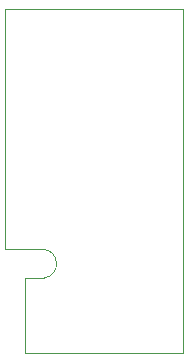
<source format=gbr>
%TF.GenerationSoftware,KiCad,Pcbnew,9.0.6*%
%TF.CreationDate,2025-12-29T21:45:30-05:00*%
%TF.ProjectId,plimsoll,706c696d-736f-46c6-9c2e-6b696361645f,rev?*%
%TF.SameCoordinates,Original*%
%TF.FileFunction,Profile,NP*%
%FSLAX46Y46*%
G04 Gerber Fmt 4.6, Leading zero omitted, Abs format (unit mm)*
G04 Created by KiCad (PCBNEW 9.0.6) date 2025-12-29 21:45:30*
%MOMM*%
%LPD*%
G01*
G04 APERTURE LIST*
%TA.AperFunction,Profile*%
%ADD10C,0.050000*%
%TD*%
G04 APERTURE END LIST*
D10*
X26080000Y-40360000D02*
X26080000Y-20000000D01*
X27770000Y-42800304D02*
X27770000Y-49150000D01*
X41200000Y-49150000D02*
X41200000Y-20000000D01*
X29223299Y-40360000D02*
G75*
G02*
X29383370Y-42800308I11951J-1224620D01*
G01*
X27770000Y-49150000D02*
X41200000Y-49150000D01*
X26080000Y-20000000D02*
X41200000Y-20000000D01*
X29383369Y-42800295D02*
X27770000Y-42800304D01*
X29223332Y-40360000D02*
X26080000Y-40360000D01*
M02*

</source>
